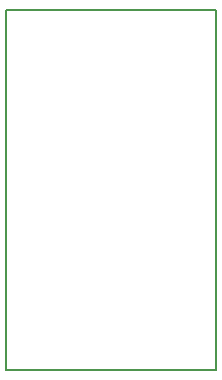
<source format=gm1>
G04 #@! TF.FileFunction,Profile,NP*
%FSLAX46Y46*%
G04 Gerber Fmt 4.6, Leading zero omitted, Abs format (unit mm)*
G04 Created by KiCad (PCBNEW 4.0.7) date 11/16/17 22:13:53*
%MOMM*%
%LPD*%
G01*
G04 APERTURE LIST*
%ADD10C,0.100000*%
%ADD11C,0.150000*%
G04 APERTURE END LIST*
D10*
D11*
X80010000Y-148590000D02*
X80010000Y-118110000D01*
X97790000Y-148590000D02*
X80010000Y-148590000D01*
X97790000Y-118110000D02*
X97790000Y-148590000D01*
X80010000Y-118110000D02*
X97790000Y-118110000D01*
M02*

</source>
